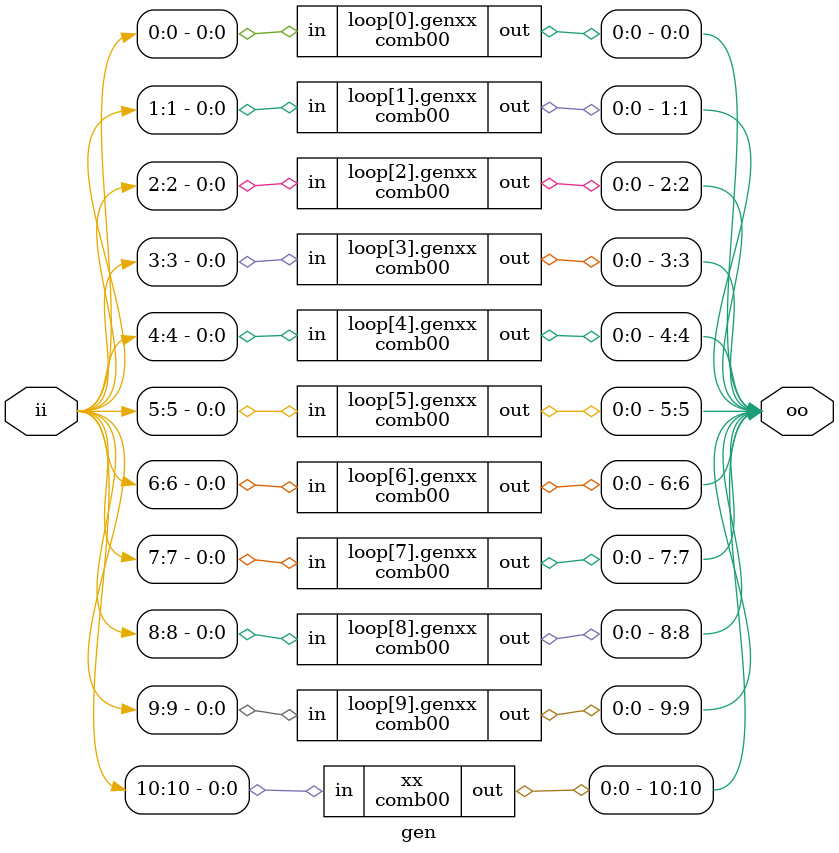
<source format=v>
module comb00( 
  input in, 
  output out
  );
  assign out=~in;
  // tmrg do_not_triplicate yv
  wire y;
  wire yv;
  assign yv = y;
endmodule

module gen (input [10:0] ii, output [10:0] oo);
genvar i;

generate 
  for(i=0;i<10;i=i+1)
    begin : loop
    comb00 genxx (
    .in(ii[i]),
    .out(oo[i])
  );
 end
endgenerate

    comb00 xx (
    .in(ii[10]),
    .out(oo[10])
  );
endmodule

</source>
